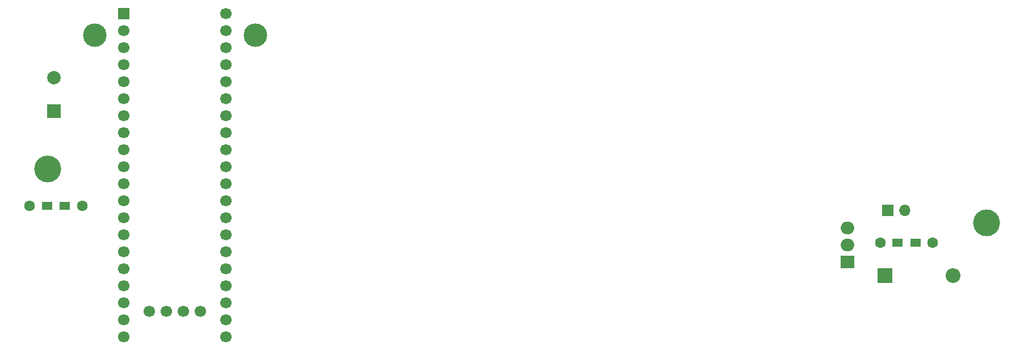
<source format=gbs>
G04 #@! TF.GenerationSoftware,KiCad,Pcbnew,(6.0.1-0)*
G04 #@! TF.CreationDate,2023-03-21T08:55:20-07:00*
G04 #@! TF.ProjectId,daughterboard,64617567-6874-4657-9262-6f6172642e6b,v0.1*
G04 #@! TF.SameCoordinates,Original*
G04 #@! TF.FileFunction,Soldermask,Bot*
G04 #@! TF.FilePolarity,Negative*
%FSLAX46Y46*%
G04 Gerber Fmt 4.6, Leading zero omitted, Abs format (unit mm)*
G04 Created by KiCad (PCBNEW (6.0.1-0)) date 2023-03-21 08:55:20*
%MOMM*%
%LPD*%
G01*
G04 APERTURE LIST*
%ADD10C,3.500000*%
%ADD11C,4.000000*%
%ADD12R,2.200000X2.200000*%
%ADD13O,2.200000X2.200000*%
%ADD14R,2.000000X2.000000*%
%ADD15C,2.000000*%
%ADD16R,2.000000X1.905000*%
%ADD17O,2.000000X1.905000*%
%ADD18R,1.700000X1.700000*%
%ADD19O,1.700000X1.700000*%
%ADD20C,1.700000*%
%ADD21R,1.500000X1.200000*%
%ADD22C,1.600000*%
G04 APERTURE END LIST*
D10*
X76770000Y-51990000D03*
X100770000Y-51990000D03*
D11*
X69770000Y-71990000D03*
X209770000Y-79990000D03*
D12*
X194691000Y-87884000D03*
D13*
X204851000Y-87884000D03*
D14*
X70739000Y-63330785D03*
D15*
X70739000Y-58330785D03*
D16*
X189103000Y-85852000D03*
D17*
X189103000Y-83312000D03*
X189103000Y-80772000D03*
D18*
X195067000Y-78105000D03*
D19*
X197607000Y-78105000D03*
D18*
X81100000Y-48768000D03*
D20*
X81100000Y-51308000D03*
X81100000Y-53848000D03*
X81100000Y-56388000D03*
X81100000Y-58928000D03*
X81100000Y-61468000D03*
X81100000Y-64008000D03*
X81100000Y-66548000D03*
X81100000Y-69088000D03*
X81100000Y-71628000D03*
X81100000Y-74168000D03*
X81100000Y-76708000D03*
X81100000Y-79248000D03*
X81100000Y-81788000D03*
X81100000Y-84328000D03*
X81100000Y-86868000D03*
X81100000Y-89408000D03*
X81100000Y-91948000D03*
X81100000Y-94488000D03*
X81100000Y-97028000D03*
X96340000Y-97028000D03*
X96340000Y-94488000D03*
X96340000Y-91948000D03*
X96340000Y-89408000D03*
X96340000Y-86868000D03*
X96340000Y-84328000D03*
X96340000Y-81788000D03*
X96340000Y-79248000D03*
X96340000Y-76708000D03*
X96340000Y-74168000D03*
X96340000Y-71628000D03*
X96340000Y-69088000D03*
X96340000Y-66548000D03*
X96340000Y-64008000D03*
X96340000Y-61468000D03*
X96340000Y-58928000D03*
X96340000Y-56388000D03*
X96340000Y-53848000D03*
X96340000Y-51308000D03*
X96340000Y-48768000D03*
X92532000Y-93217000D03*
X89992000Y-93217000D03*
X87452000Y-93217000D03*
X84912000Y-93217000D03*
D21*
X72343000Y-77470000D03*
D22*
X74893000Y-77470000D03*
D21*
X69643000Y-77470000D03*
D22*
X67093000Y-77470000D03*
X201766000Y-82931000D03*
D21*
X199216000Y-82931000D03*
X196516000Y-82931000D03*
D22*
X193966000Y-82931000D03*
M02*

</source>
